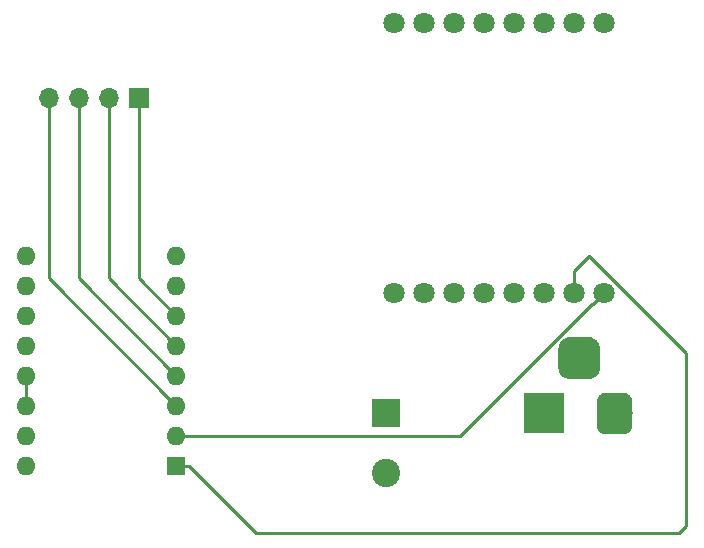
<source format=gbr>
G04 #@! TF.GenerationSoftware,KiCad,Pcbnew,(5.0.0)*
G04 #@! TF.CreationDate,2018-09-27T22:56:36-04:00*
G04 #@! TF.ProjectId,first attempt,666972737420617474656D70742E6B69,rev?*
G04 #@! TF.SameCoordinates,Original*
G04 #@! TF.FileFunction,Copper,L2,Bot,Signal*
G04 #@! TF.FilePolarity,Positive*
%FSLAX46Y46*%
G04 Gerber Fmt 4.6, Leading zero omitted, Abs format (unit mm)*
G04 Created by KiCad (PCBNEW (5.0.0)) date 09/27/18 22:56:36*
%MOMM*%
%LPD*%
G01*
G04 APERTURE LIST*
G04 #@! TA.AperFunction,ComponentPad*
%ADD10R,3.500000X3.500000*%
G04 #@! TD*
G04 #@! TA.AperFunction,Conductor*
%ADD11C,0.100000*%
G04 #@! TD*
G04 #@! TA.AperFunction,ComponentPad*
%ADD12C,3.000000*%
G04 #@! TD*
G04 #@! TA.AperFunction,ComponentPad*
%ADD13C,3.500000*%
G04 #@! TD*
G04 #@! TA.AperFunction,ComponentPad*
%ADD14C,1.800000*%
G04 #@! TD*
G04 #@! TA.AperFunction,ComponentPad*
%ADD15R,1.600000X1.600000*%
G04 #@! TD*
G04 #@! TA.AperFunction,ComponentPad*
%ADD16O,1.600000X1.600000*%
G04 #@! TD*
G04 #@! TA.AperFunction,ComponentPad*
%ADD17R,2.400000X2.400000*%
G04 #@! TD*
G04 #@! TA.AperFunction,ComponentPad*
%ADD18C,2.400000*%
G04 #@! TD*
G04 #@! TA.AperFunction,ComponentPad*
%ADD19O,1.700000X1.700000*%
G04 #@! TD*
G04 #@! TA.AperFunction,ComponentPad*
%ADD20R,1.700000X1.700000*%
G04 #@! TD*
G04 #@! TA.AperFunction,Conductor*
%ADD21C,0.250000*%
G04 #@! TD*
G04 APERTURE END LIST*
D10*
G04 #@! TO.P,J1,1*
G04 #@! TO.N,Net-(A1-Pad8)*
X201295000Y-116205000D03*
D11*
G04 #@! TD*
G04 #@! TO.N,Net-(A1-Pad7)*
G04 #@! TO.C,J1*
G36*
X208118513Y-114458611D02*
X208191318Y-114469411D01*
X208262714Y-114487295D01*
X208332013Y-114512090D01*
X208398548Y-114543559D01*
X208461678Y-114581398D01*
X208520795Y-114625242D01*
X208575330Y-114674670D01*
X208624758Y-114729205D01*
X208668602Y-114788322D01*
X208706441Y-114851452D01*
X208737910Y-114917987D01*
X208762705Y-114987286D01*
X208780589Y-115058682D01*
X208791389Y-115131487D01*
X208795000Y-115205000D01*
X208795000Y-117205000D01*
X208791389Y-117278513D01*
X208780589Y-117351318D01*
X208762705Y-117422714D01*
X208737910Y-117492013D01*
X208706441Y-117558548D01*
X208668602Y-117621678D01*
X208624758Y-117680795D01*
X208575330Y-117735330D01*
X208520795Y-117784758D01*
X208461678Y-117828602D01*
X208398548Y-117866441D01*
X208332013Y-117897910D01*
X208262714Y-117922705D01*
X208191318Y-117940589D01*
X208118513Y-117951389D01*
X208045000Y-117955000D01*
X206545000Y-117955000D01*
X206471487Y-117951389D01*
X206398682Y-117940589D01*
X206327286Y-117922705D01*
X206257987Y-117897910D01*
X206191452Y-117866441D01*
X206128322Y-117828602D01*
X206069205Y-117784758D01*
X206014670Y-117735330D01*
X205965242Y-117680795D01*
X205921398Y-117621678D01*
X205883559Y-117558548D01*
X205852090Y-117492013D01*
X205827295Y-117422714D01*
X205809411Y-117351318D01*
X205798611Y-117278513D01*
X205795000Y-117205000D01*
X205795000Y-115205000D01*
X205798611Y-115131487D01*
X205809411Y-115058682D01*
X205827295Y-114987286D01*
X205852090Y-114917987D01*
X205883559Y-114851452D01*
X205921398Y-114788322D01*
X205965242Y-114729205D01*
X206014670Y-114674670D01*
X206069205Y-114625242D01*
X206128322Y-114581398D01*
X206191452Y-114543559D01*
X206257987Y-114512090D01*
X206327286Y-114487295D01*
X206398682Y-114469411D01*
X206471487Y-114458611D01*
X206545000Y-114455000D01*
X208045000Y-114455000D01*
X208118513Y-114458611D01*
X208118513Y-114458611D01*
G37*
D12*
G04 #@! TO.P,J1,2*
G04 #@! TO.N,Net-(A1-Pad7)*
X207295000Y-116205000D03*
D11*
G04 #@! TD*
G04 #@! TO.N,N/C*
G04 #@! TO.C,J1*
G36*
X205255765Y-109759213D02*
X205340704Y-109771813D01*
X205423999Y-109792677D01*
X205504848Y-109821605D01*
X205582472Y-109858319D01*
X205656124Y-109902464D01*
X205725094Y-109953616D01*
X205788718Y-110011282D01*
X205846384Y-110074906D01*
X205897536Y-110143876D01*
X205941681Y-110217528D01*
X205978395Y-110295152D01*
X206007323Y-110376001D01*
X206028187Y-110459296D01*
X206040787Y-110544235D01*
X206045000Y-110630000D01*
X206045000Y-112380000D01*
X206040787Y-112465765D01*
X206028187Y-112550704D01*
X206007323Y-112633999D01*
X205978395Y-112714848D01*
X205941681Y-112792472D01*
X205897536Y-112866124D01*
X205846384Y-112935094D01*
X205788718Y-112998718D01*
X205725094Y-113056384D01*
X205656124Y-113107536D01*
X205582472Y-113151681D01*
X205504848Y-113188395D01*
X205423999Y-113217323D01*
X205340704Y-113238187D01*
X205255765Y-113250787D01*
X205170000Y-113255000D01*
X203420000Y-113255000D01*
X203334235Y-113250787D01*
X203249296Y-113238187D01*
X203166001Y-113217323D01*
X203085152Y-113188395D01*
X203007528Y-113151681D01*
X202933876Y-113107536D01*
X202864906Y-113056384D01*
X202801282Y-112998718D01*
X202743616Y-112935094D01*
X202692464Y-112866124D01*
X202648319Y-112792472D01*
X202611605Y-112714848D01*
X202582677Y-112633999D01*
X202561813Y-112550704D01*
X202549213Y-112465765D01*
X202545000Y-112380000D01*
X202545000Y-110630000D01*
X202549213Y-110544235D01*
X202561813Y-110459296D01*
X202582677Y-110376001D01*
X202611605Y-110295152D01*
X202648319Y-110217528D01*
X202692464Y-110143876D01*
X202743616Y-110074906D01*
X202801282Y-110011282D01*
X202864906Y-109953616D01*
X202933876Y-109902464D01*
X203007528Y-109858319D01*
X203085152Y-109821605D01*
X203166001Y-109792677D01*
X203249296Y-109771813D01*
X203334235Y-109759213D01*
X203420000Y-109755000D01*
X205170000Y-109755000D01*
X205255765Y-109759213D01*
X205255765Y-109759213D01*
G37*
D13*
G04 #@! TO.P,J1,3*
G04 #@! TO.N,N/C*
X204295000Y-111505000D03*
G04 #@! TD*
D14*
G04 #@! TO.P,U1,8*
G04 #@! TO.N,Net-(U1-Pad8)*
X188595000Y-106045000D03*
G04 #@! TO.P,U1,7*
G04 #@! TO.N,Net-(U1-Pad7)*
X191135000Y-106045000D03*
G04 #@! TO.P,U1,6*
G04 #@! TO.N,Net-(U1-Pad6)*
X193675000Y-106045000D03*
G04 #@! TO.P,U1,5*
G04 #@! TO.N,Net-(A1-Pad9)*
X196215000Y-106045000D03*
G04 #@! TO.P,U1,4*
G04 #@! TO.N,Net-(A1-Pad15)*
X198755000Y-106045000D03*
G04 #@! TO.P,U1,3*
G04 #@! TO.N,Net-(A1-Pad16)*
X201295000Y-106045000D03*
G04 #@! TO.P,U1,2*
G04 #@! TO.N,Net-(A1-Pad1)*
X203835000Y-106045000D03*
G04 #@! TO.P,U1,1*
G04 #@! TO.N,Net-(A1-Pad2)*
X206375000Y-106045000D03*
G04 #@! TO.P,U1,16*
G04 #@! TO.N,Net-(U1-Pad16)*
X206375000Y-83185000D03*
G04 #@! TO.P,U1,15*
G04 #@! TO.N,Net-(U1-Pad15)*
X203835000Y-83185000D03*
G04 #@! TO.P,U1,14*
G04 #@! TO.N,Net-(U1-Pad14)*
X201295000Y-83185000D03*
G04 #@! TO.P,U1,13*
G04 #@! TO.N,Net-(U1-Pad13)*
X198755000Y-83185000D03*
G04 #@! TO.P,U1,12*
G04 #@! TO.N,Net-(U1-Pad12)*
X196215000Y-83185000D03*
G04 #@! TO.P,U1,11*
G04 #@! TO.N,Net-(U1-Pad11)*
X193675000Y-83185000D03*
G04 #@! TO.P,U1,10*
G04 #@! TO.N,Net-(U1-Pad10)*
X191135000Y-83185000D03*
G04 #@! TO.P,U1,9*
G04 #@! TO.N,Net-(U1-Pad9)*
X188595000Y-83185000D03*
G04 #@! TD*
D15*
G04 #@! TO.P,A1,1*
G04 #@! TO.N,Net-(A1-Pad1)*
X170180000Y-120650000D03*
D16*
G04 #@! TO.P,A1,9*
G04 #@! TO.N,Net-(A1-Pad9)*
X157480000Y-102870000D03*
G04 #@! TO.P,A1,2*
G04 #@! TO.N,Net-(A1-Pad2)*
X170180000Y-118110000D03*
G04 #@! TO.P,A1,10*
G04 #@! TO.N,Net-(A1-Pad10)*
X157480000Y-105410000D03*
G04 #@! TO.P,A1,3*
G04 #@! TO.N,Net-(A1-Pad3)*
X170180000Y-115570000D03*
G04 #@! TO.P,A1,11*
G04 #@! TO.N,Net-(A1-Pad11)*
X157480000Y-107950000D03*
G04 #@! TO.P,A1,4*
G04 #@! TO.N,Net-(A1-Pad4)*
X170180000Y-113030000D03*
G04 #@! TO.P,A1,12*
G04 #@! TO.N,Net-(A1-Pad12)*
X157480000Y-110490000D03*
G04 #@! TO.P,A1,5*
G04 #@! TO.N,Net-(A1-Pad5)*
X170180000Y-110490000D03*
G04 #@! TO.P,A1,13*
G04 #@! TO.N,Net-(A1-Pad13)*
X157480000Y-113030000D03*
G04 #@! TO.P,A1,6*
G04 #@! TO.N,Net-(A1-Pad6)*
X170180000Y-107950000D03*
G04 #@! TO.P,A1,14*
G04 #@! TO.N,Net-(A1-Pad13)*
X157480000Y-115570000D03*
G04 #@! TO.P,A1,7*
G04 #@! TO.N,Net-(A1-Pad7)*
X170180000Y-105410000D03*
G04 #@! TO.P,A1,15*
G04 #@! TO.N,Net-(A1-Pad15)*
X157480000Y-118110000D03*
G04 #@! TO.P,A1,8*
G04 #@! TO.N,Net-(A1-Pad8)*
X170180000Y-102870000D03*
G04 #@! TO.P,A1,16*
G04 #@! TO.N,Net-(A1-Pad16)*
X157480000Y-120650000D03*
G04 #@! TD*
D17*
G04 #@! TO.P,C1,1*
G04 #@! TO.N,Net-(A1-Pad8)*
X187960000Y-116205000D03*
D18*
G04 #@! TO.P,C1,2*
G04 #@! TO.N,Net-(A1-Pad7)*
X187960000Y-121205000D03*
G04 #@! TD*
D19*
G04 #@! TO.P,J2,4*
G04 #@! TO.N,Net-(A1-Pad3)*
X159385000Y-89535000D03*
G04 #@! TO.P,J2,3*
G04 #@! TO.N,Net-(A1-Pad4)*
X161925000Y-89535000D03*
G04 #@! TO.P,J2,2*
G04 #@! TO.N,Net-(A1-Pad5)*
X164465000Y-89535000D03*
D20*
G04 #@! TO.P,J2,1*
G04 #@! TO.N,Net-(A1-Pad6)*
X167005000Y-89535000D03*
G04 #@! TD*
D21*
G04 #@! TO.N,Net-(A1-Pad1)*
X203835000Y-106045000D02*
X203835000Y-104140000D01*
X203835000Y-104140000D02*
X205105000Y-102870000D01*
X213360000Y-111125000D02*
X213360000Y-125730000D01*
X205105000Y-102870000D02*
X213360000Y-111125000D01*
X213360000Y-125730000D02*
X212725000Y-126365000D01*
X171230000Y-120650000D02*
X170180000Y-120650000D01*
X212725000Y-126365000D02*
X176945000Y-126365000D01*
X176945000Y-126365000D02*
X171230000Y-120650000D01*
G04 #@! TO.N,Net-(A1-Pad2)*
X171311370Y-118110000D02*
X170180000Y-118110000D01*
X194242930Y-118110000D02*
X171311370Y-118110000D01*
X205407931Y-106944999D02*
X194242930Y-118110000D01*
X205475001Y-106944999D02*
X205407931Y-106944999D01*
X206375000Y-106045000D02*
X205475001Y-106944999D01*
G04 #@! TO.N,Net-(A1-Pad3)*
X159385000Y-104775000D02*
X170180000Y-115570000D01*
X159385000Y-89535000D02*
X159385000Y-104775000D01*
G04 #@! TO.N,Net-(A1-Pad4)*
X161925000Y-104775000D02*
X161925000Y-89535000D01*
X170180000Y-113030000D02*
X161925000Y-104775000D01*
G04 #@! TO.N,Net-(A1-Pad5)*
X164465000Y-104775000D02*
X170180000Y-110490000D01*
X164465000Y-89535000D02*
X164465000Y-104775000D01*
G04 #@! TO.N,Net-(A1-Pad13)*
X157480000Y-113030000D02*
X157480000Y-115570000D01*
G04 #@! TO.N,Net-(A1-Pad6)*
X167005000Y-104775000D02*
X167005000Y-89535000D01*
X170180000Y-107950000D02*
X167005000Y-104775000D01*
G04 #@! TD*
M02*

</source>
